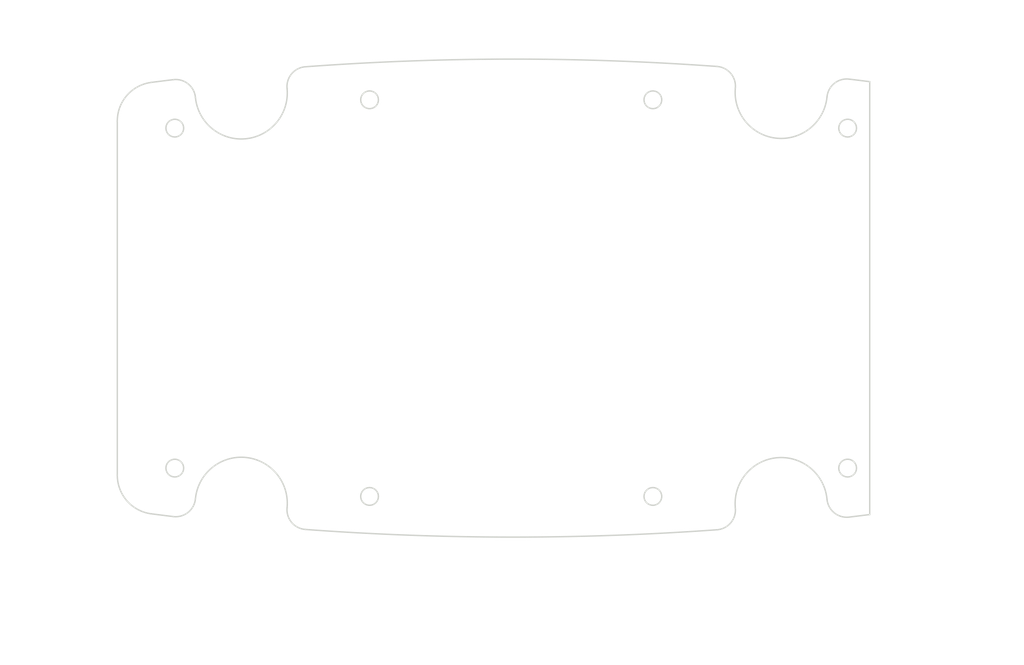
<source format=kicad_pcb>
(kicad_pcb (version 20171130) (host pcbnew "(5.1.0)-1")

  (general
    (thickness 1.6)
    (drawings 98)
    (tracks 0)
    (zones 0)
    (modules 0)
    (nets 1)
  )

  (page A4)
  (layers
    (0 F.Cu signal)
    (31 B.Cu signal)
    (32 B.Adhes user)
    (33 F.Adhes user)
    (34 B.Paste user)
    (35 F.Paste user)
    (36 B.SilkS user)
    (37 F.SilkS user)
    (38 B.Mask user)
    (39 F.Mask user)
    (40 Dwgs.User user)
    (41 Cmts.User user)
    (42 Eco1.User user)
    (43 Eco2.User user)
    (44 Edge.Cuts user)
    (45 Margin user)
    (46 B.CrtYd user)
    (47 F.CrtYd user)
    (48 B.Fab user)
    (49 F.Fab user)
  )

  (setup
    (last_trace_width 0.25)
    (trace_clearance 0.2)
    (zone_clearance 0.508)
    (zone_45_only no)
    (trace_min 0.2)
    (via_size 0.8)
    (via_drill 0.4)
    (via_min_size 0.4)
    (via_min_drill 0.3)
    (uvia_size 0.3)
    (uvia_drill 0.1)
    (uvias_allowed no)
    (uvia_min_size 0.2)
    (uvia_min_drill 0.1)
    (edge_width 0.05)
    (segment_width 0.2)
    (pcb_text_width 0.3)
    (pcb_text_size 1.5 1.5)
    (mod_edge_width 0.12)
    (mod_text_size 1 1)
    (mod_text_width 0.15)
    (pad_size 1.524 1.524)
    (pad_drill 0.762)
    (pad_to_mask_clearance 0.051)
    (solder_mask_min_width 0.25)
    (aux_axis_origin 0 0)
    (visible_elements FFFFFF7F)
    (pcbplotparams
      (layerselection 0x010fc_ffffffff)
      (usegerberextensions false)
      (usegerberattributes false)
      (usegerberadvancedattributes false)
      (creategerberjobfile false)
      (excludeedgelayer true)
      (linewidth 0.152400)
      (plotframeref false)
      (viasonmask false)
      (mode 1)
      (useauxorigin false)
      (hpglpennumber 1)
      (hpglpenspeed 20)
      (hpglpendiameter 15.000000)
      (psnegative false)
      (psa4output false)
      (plotreference true)
      (plotvalue true)
      (plotinvisibletext false)
      (padsonsilk false)
      (subtractmaskfromsilk false)
      (outputformat 1)
      (mirror false)
      (drillshape 1)
      (scaleselection 1)
      (outputdirectory ""))
  )

  (net 0 "")

  (net_class Default "This is the default net class."
    (clearance 0.2)
    (trace_width 0.25)
    (via_dia 0.8)
    (via_drill 0.4)
    (uvia_dia 0.3)
    (uvia_drill 0.1)
  )

  (gr_circle (center 103.780195 64.464648) (end 105.030195 64.464648) (layer Edge.Cuts) (width 0.2))
  (gr_circle (center 131.280195 60.464648) (end 132.530195 60.464648) (layer Edge.Cuts) (width 0.2))
  (gr_circle (center 171.280195 60.464648) (end 172.530195 60.464648) (layer Edge.Cuts) (width 0.2))
  (gr_circle (center 198.780195 64.464648) (end 200.030195 64.464648) (layer Edge.Cuts) (width 0.2))
  (gr_circle (center 103.780195 112.464648) (end 105.030195 112.464648) (layer Edge.Cuts) (width 0.2))
  (gr_circle (center 131.280195 116.464648) (end 132.530195 116.464648) (layer Edge.Cuts) (width 0.2))
  (gr_circle (center 171.280195 116.464648) (end 172.530195 116.464648) (layer Edge.Cuts) (width 0.2))
  (gr_circle (center 198.780195 112.464648) (end 200.030195 112.464648) (layer Edge.Cuts) (width 0.2))
  (gr_arc (start 151.587921 -276.791335) (end 122.21455 121.125999) (angle -8.354137156) (layer Edge.Cuts) (width 0.2))
  (gr_arc (start 122.420679 118.333597) (end 119.633884 118.061979) (angle -91.34502699) (layer Edge.Cuts) (width 0.2))
  (gr_arc (start 113.16454 117.431436) (end 119.633884 118.061979) (angle -180) (layer Edge.Cuts) (width 0.2))
  (gr_arc (start 103.908401 116.529276) (end 103.571443 119.308927) (angle -91.34502699) (layer Edge.Cuts) (width 0.2))
  (gr_arc (start 151.587921 -276.791335) (end 100.459766 118.919306) (angle -0.4503223373) (layer Edge.Cuts) (width 0.2))
  (gr_arc (start 101.16454 113.464648) (end 95.66454 113.464648) (angle -82.63783396) (layer Edge.Cuts) (width 0.2))
  (gr_line (start 95.66454 63.464648) (end 95.66454 113.464648) (layer Edge.Cuts) (width 0.2))
  (gr_arc (start 101.16454 63.464648) (end 100.459766 58.00999) (angle -82.63783396) (layer Edge.Cuts) (width 0.2))
  (gr_arc (start 151.587921 453.72063) (end 103.571443 57.620369) (angle -0.4503223373) (layer Edge.Cuts) (width 0.2))
  (gr_arc (start 103.908401 60.40002) (end 106.695195 60.128402) (angle -91.34502699) (layer Edge.Cuts) (width 0.2))
  (gr_arc (start 180.138314 118.378647) (end 180.340084 121.171368) (angle -91.34502699) (layer Edge.Cuts) (width 0.2))
  (gr_arc (start 189.39585 117.490937) (end 195.866171 116.870495) (angle -180) (layer Edge.Cuts) (width 0.2))
  (gr_arc (start 198.653386 116.603227) (end 195.866171 116.870495) (angle -91.34502699) (layer Edge.Cuts) (width 0.2))
  (gr_arc (start 151.587921 -276.791335) (end 198.986004 119.383401) (angle -0.4210180402) (layer Edge.Cuts) (width 0.2))
  (gr_line (start 201.89585 119.02442) (end 201.89585 57.904876) (layer Edge.Cuts) (width 0.2))
  (gr_arc (start 151.587921 453.72063) (end 201.89585 57.904876) (angle -0.4210180402) (layer Edge.Cuts) (width 0.2))
  (gr_arc (start 198.653386 60.326069) (end 198.986004 57.545895) (angle -91.34502699) (layer Edge.Cuts) (width 0.2))
  (gr_arc (start 189.39585 59.438359) (end 182.925529 58.817916) (angle -180) (layer Edge.Cuts) (width 0.2))
  (gr_arc (start 180.138314 58.550649) (end 182.925529 58.817916) (angle -91.34502699) (layer Edge.Cuts) (width 0.2))
  (gr_arc (start 151.587921 453.72063) (end 180.340084 55.757928) (angle -8.354137156) (layer Edge.Cuts) (width 0.2))
  (gr_arc (start 122.420679 58.595699) (end 122.21455 55.803297) (angle -91.34502699) (layer Edge.Cuts) (width 0.2))
  (gr_arc (start 113.16454 59.49786) (end 106.695195 60.128402) (angle -180) (layer Edge.Cuts) (width 0.2))
  (gr_text [.32] (at 89.831116 109.398849) (layer Dwgs.User)
    (effects (font (size 2 1.8) (thickness 0.25)))
  )
  (gr_text " 8.12" (at 89.831116 105.495985) (layer Dwgs.User)
    (effects (font (size 2 1.8) (thickness 0.25)))
  )
  (gr_line (start 95.66454 107.31713) (end 93.66454 107.31713) (layer Dwgs.User) (width 0.2))
  (gr_line (start 101.780195 107.31713) (end 97.66454 107.31713) (layer Dwgs.User) (width 0.2))
  (gr_line (start 103.780195 111.464648) (end 103.780195 104.14213) (layer Dwgs.User) (width 0.2))
  (gr_text [1.08] (at 185.030195 131.735616) (layer Dwgs.User)
    (effects (font (size 2 1.8) (thickness 0.25)))
  )
  (gr_text " 27.50" (at 185.030195 127.832751) (layer Dwgs.User)
    (effects (font (size 2 1.8) (thickness 0.25)))
  )
  (gr_line (start 173.280195 129.653897) (end 180.413005 129.653897) (layer Dwgs.User) (width 0.2))
  (gr_line (start 196.780195 129.653897) (end 189.647385 129.653897) (layer Dwgs.User) (width 0.2))
  (gr_line (start 171.280195 117.464648) (end 171.280195 132.828897) (layer Dwgs.User) (width 0.2))
  (gr_line (start 198.780195 113.464648) (end 198.780195 132.828897) (layer Dwgs.User) (width 0.2))
  (gr_text [2.20] (at 162.671688 90.022116) (layer Dwgs.User)
    (effects (font (size 2 1.8) (thickness 0.25)))
  )
  (gr_text " 56.00" (at 162.671688 86.119251) (layer Dwgs.User)
    (effects (font (size 2 1.8) (thickness 0.25)))
  )
  (gr_line (start 162.671688 114.464648) (end 162.671688 91.843262) (layer Dwgs.User) (width 0.2))
  (gr_line (start 162.671688 62.464648) (end 162.671688 84.037532) (layer Dwgs.User) (width 0.2))
  (gr_line (start 170.280195 116.464648) (end 159.496688 116.464648) (layer Dwgs.User) (width 0.2))
  (gr_line (start 170.280195 60.464648) (end 159.496688 60.464648) (layer Dwgs.User) (width 0.2))
  (gr_text [1.89] (at 88.325904 90.546367) (layer Dwgs.User)
    (effects (font (size 2 1.8) (thickness 0.25)))
  )
  (gr_text " 48.00" (at 88.325904 86.643502) (layer Dwgs.User)
    (effects (font (size 2 1.8) (thickness 0.25)))
  )
  (gr_line (start 88.325904 110.464648) (end 88.325904 92.367513) (layer Dwgs.User) (width 0.2))
  (gr_line (start 88.325904 66.464648) (end 88.325904 84.561783) (layer Dwgs.User) (width 0.2))
  (gr_line (start 102.780195 112.464648) (end 85.150904 112.464648) (layer Dwgs.User) (width 0.2))
  (gr_line (start 102.780195 64.464648) (end 85.150904 64.464648) (layer Dwgs.User) (width 0.2))
  (gr_text [1.57] (at 151.280195 131.63522) (layer Dwgs.User)
    (effects (font (size 2 1.8) (thickness 0.25)))
  )
  (gr_text " 40.00" (at 151.280195 127.732355) (layer Dwgs.User)
    (effects (font (size 2 1.8) (thickness 0.25)))
  )
  (gr_line (start 169.280195 129.553501) (end 155.897385 129.553501) (layer Dwgs.User) (width 0.2))
  (gr_line (start 133.280195 129.553501) (end 146.663005 129.553501) (layer Dwgs.User) (width 0.2))
  (gr_line (start 171.280195 117.464648) (end 171.280195 132.728501) (layer Dwgs.User) (width 0.2))
  (gr_line (start 131.280195 117.464648) (end 131.280195 132.728501) (layer Dwgs.User) (width 0.2))
  (gr_text [1.08] (at 117.530195 131.642409) (layer Dwgs.User)
    (effects (font (size 2 1.8) (thickness 0.25)))
  )
  (gr_text " 27.50" (at 117.530195 127.739544) (layer Dwgs.User)
    (effects (font (size 2 1.8) (thickness 0.25)))
  )
  (gr_line (start 129.280195 129.56069) (end 122.147385 129.56069) (layer Dwgs.User) (width 0.2))
  (gr_line (start 105.780195 129.56069) (end 112.913005 129.56069) (layer Dwgs.User) (width 0.2))
  (gr_line (start 131.280195 117.464648) (end 131.280195 132.73569) (layer Dwgs.User) (width 0.2))
  (gr_line (start 103.780195 113.464648) (end 103.780195 132.73569) (layer Dwgs.User) (width 0.2))
  (gr_text [R0.11] (at 111.125928 52.120728) (layer Dwgs.User)
    (effects (font (size 2 1.8) (thickness 0.25)))
  )
  (gr_text " R2.80" (at 111.125928 48.217863) (layer Dwgs.User)
    (effects (font (size 2 1.8) (thickness 0.25)))
  )
  (gr_line (start 118.244482 50.039009) (end 120.315349 54.282048) (layer Dwgs.User) (width 0.2))
  (gr_line (start 116.244482 50.039009) (end 118.244482 50.039009) (layer Dwgs.User) (width 0.2))
  (gr_line (start 131.280195 60.554648) (end 131.280195 60.374648) (layer Dwgs.User) (width 0.2))
  (gr_line (start 131.190195 60.464648) (end 131.370195 60.464648) (layer Dwgs.User) (width 0.2))
  (gr_text " 8X ∅2.50\n[∅0.10]" (at 143.328486 49.59375) (layer Dwgs.User)
    (effects (font (size 2 1.8) (thickness 0.25)))
  )
  (gr_line (start 134.193043 49.59375) (end 132.121357 57.325389) (layer Dwgs.User) (width 0.2))
  (gr_line (start 136.304748 49.59375) (end 134.193043 49.59375) (layer Dwgs.User) (width 0.2))
  (gr_text [2.66] (at 151.158611 90.546428) (layer Dwgs.User)
    (effects (font (size 2 1.8) (thickness 0.25)))
  )
  (gr_text " 67.49" (at 151.158611 86.643563) (layer Dwgs.User)
    (effects (font (size 2 1.8) (thickness 0.25)))
  )
  (gr_line (start 151.158611 120.208665) (end 151.158611 92.367574) (layer Dwgs.User) (width 0.2))
  (gr_line (start 151.158611 56.720753) (end 151.158611 84.561844) (layer Dwgs.User) (width 0.2))
  (gr_text [R0.26] (at 125.961341 74.589581) (layer Dwgs.User)
    (effects (font (size 2 1.8) (thickness 0.25)))
  )
  (gr_text " R6.50" (at 125.961341 70.686716) (layer Dwgs.User)
    (effects (font (size 2 1.8) (thickness 0.25)))
  )
  (gr_line (start 118.842788 72.507862) (end 116.564649 67.288191) (layer Dwgs.User) (width 0.2))
  (gr_line (start 120.842788 72.507862) (end 118.842788 72.507862) (layer Dwgs.User) (width 0.2))
  (gr_text [R0.22] (at 84.396926 57.793569) (layer Dwgs.User)
    (effects (font (size 2 1.8) (thickness 0.25)))
  )
  (gr_text " R5.50" (at 84.396926 53.890705) (layer Dwgs.User)
    (effects (font (size 2 1.8) (thickness 0.25)))
  )
  (gr_line (start 91.51548 55.71185) (end 95.317953 58.76705) (layer Dwgs.User) (width 0.2))
  (gr_line (start 89.51548 55.71185) (end 91.51548 55.71185) (layer Dwgs.User) (width 0.2))
  (gr_text [2.41] (at 218.961088 90.546367) (layer Dwgs.User)
    (effects (font (size 2 1.8) (thickness 0.25)))
  )
  (gr_text " 61.12" (at 218.961088 86.643502) (layer Dwgs.User)
    (effects (font (size 2 1.8) (thickness 0.25)))
  )
  (gr_line (start 218.961088 59.904876) (end 218.961088 84.561783) (layer Dwgs.User) (width 0.2))
  (gr_line (start 218.961088 117.02442) (end 218.961088 92.367513) (layer Dwgs.User) (width 0.2))
  (gr_line (start 202.89585 57.904876) (end 222.136088 57.904876) (layer Dwgs.User) (width 0.2))
  (gr_line (start 202.89585 119.02442) (end 222.136088 119.02442) (layer Dwgs.User) (width 0.2))
  (gr_text [4.18] (at 148.780195 138.654914) (layer Dwgs.User)
    (effects (font (size 2 1.8) (thickness 0.25)))
  )
  (gr_text " 106.23" (at 148.780195 134.751367) (layer Dwgs.User)
    (effects (font (size 2 1.8) (thickness 0.25)))
  )
  (gr_line (start 199.89585 136.573195) (end 154.177739 136.573195) (layer Dwgs.User) (width 0.2))
  (gr_line (start 97.66454 136.573195) (end 143.382651 136.573195) (layer Dwgs.User) (width 0.2))
  (gr_line (start 201.89585 120.02442) (end 201.89585 139.748195) (layer Dwgs.User) (width 0.2))
  (gr_line (start 95.66454 114.464648) (end 95.66454 139.748195) (layer Dwgs.User) (width 0.2))

)

</source>
